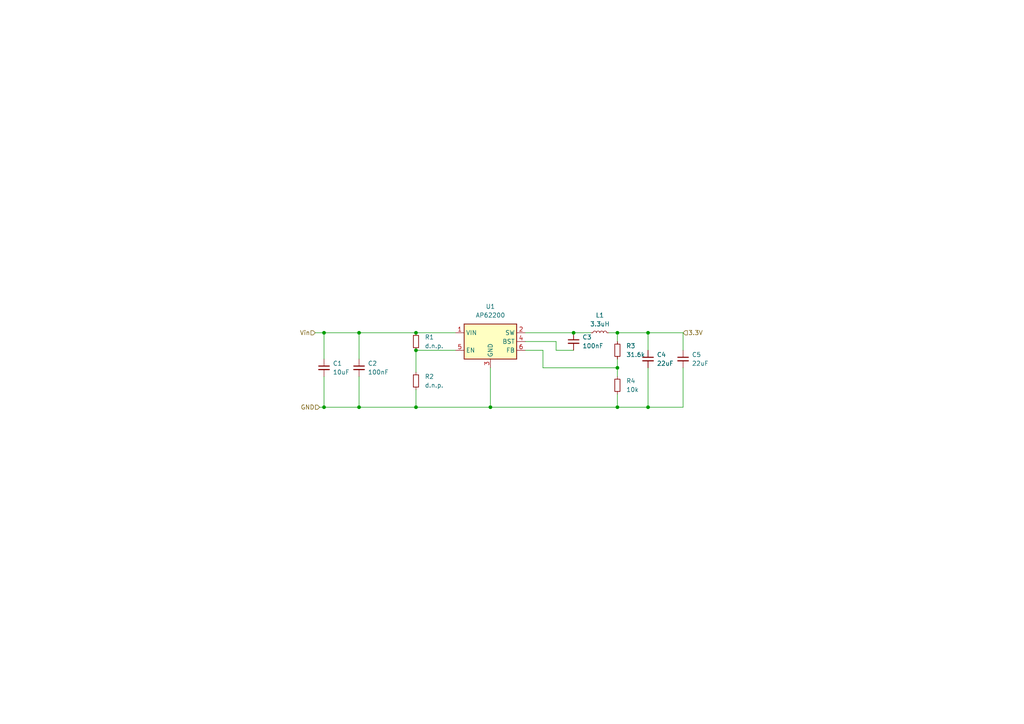
<source format=kicad_sch>
(kicad_sch (version 20211123) (generator eeschema)

  (uuid fb1040d9-e05c-4686-8d37-3e4eb8e9bdde)

  (paper "A4")

  (lib_symbols
    (symbol "Device:C_Small" (pin_numbers hide) (pin_names (offset 0.254) hide) (in_bom yes) (on_board yes)
      (property "Reference" "C" (id 0) (at 0.254 1.778 0)
        (effects (font (size 1.27 1.27)) (justify left))
      )
      (property "Value" "C_Small" (id 1) (at 0.254 -2.032 0)
        (effects (font (size 1.27 1.27)) (justify left))
      )
      (property "Footprint" "" (id 2) (at 0 0 0)
        (effects (font (size 1.27 1.27)) hide)
      )
      (property "Datasheet" "~" (id 3) (at 0 0 0)
        (effects (font (size 1.27 1.27)) hide)
      )
      (property "ki_keywords" "capacitor cap" (id 4) (at 0 0 0)
        (effects (font (size 1.27 1.27)) hide)
      )
      (property "ki_description" "Unpolarized capacitor, small symbol" (id 5) (at 0 0 0)
        (effects (font (size 1.27 1.27)) hide)
      )
      (property "ki_fp_filters" "C_*" (id 6) (at 0 0 0)
        (effects (font (size 1.27 1.27)) hide)
      )
      (symbol "C_Small_0_1"
        (polyline
          (pts
            (xy -1.524 -0.508)
            (xy 1.524 -0.508)
          )
          (stroke (width 0.3302) (type default) (color 0 0 0 0))
          (fill (type none))
        )
        (polyline
          (pts
            (xy -1.524 0.508)
            (xy 1.524 0.508)
          )
          (stroke (width 0.3048) (type default) (color 0 0 0 0))
          (fill (type none))
        )
      )
      (symbol "C_Small_1_1"
        (pin passive line (at 0 2.54 270) (length 2.032)
          (name "~" (effects (font (size 1.27 1.27))))
          (number "1" (effects (font (size 1.27 1.27))))
        )
        (pin passive line (at 0 -2.54 90) (length 2.032)
          (name "~" (effects (font (size 1.27 1.27))))
          (number "2" (effects (font (size 1.27 1.27))))
        )
      )
    )
    (symbol "Device:L_Small" (pin_numbers hide) (pin_names (offset 0.254) hide) (in_bom yes) (on_board yes)
      (property "Reference" "L" (id 0) (at 0.762 1.016 0)
        (effects (font (size 1.27 1.27)) (justify left))
      )
      (property "Value" "L_Small" (id 1) (at 0.762 -1.016 0)
        (effects (font (size 1.27 1.27)) (justify left))
      )
      (property "Footprint" "" (id 2) (at 0 0 0)
        (effects (font (size 1.27 1.27)) hide)
      )
      (property "Datasheet" "~" (id 3) (at 0 0 0)
        (effects (font (size 1.27 1.27)) hide)
      )
      (property "ki_keywords" "inductor choke coil reactor magnetic" (id 4) (at 0 0 0)
        (effects (font (size 1.27 1.27)) hide)
      )
      (property "ki_description" "Inductor, small symbol" (id 5) (at 0 0 0)
        (effects (font (size 1.27 1.27)) hide)
      )
      (property "ki_fp_filters" "Choke_* *Coil* Inductor_* L_*" (id 6) (at 0 0 0)
        (effects (font (size 1.27 1.27)) hide)
      )
      (symbol "L_Small_0_1"
        (arc (start 0 -2.032) (mid 0.508 -1.524) (end 0 -1.016)
          (stroke (width 0) (type default) (color 0 0 0 0))
          (fill (type none))
        )
        (arc (start 0 -1.016) (mid 0.508 -0.508) (end 0 0)
          (stroke (width 0) (type default) (color 0 0 0 0))
          (fill (type none))
        )
        (arc (start 0 0) (mid 0.508 0.508) (end 0 1.016)
          (stroke (width 0) (type default) (color 0 0 0 0))
          (fill (type none))
        )
        (arc (start 0 1.016) (mid 0.508 1.524) (end 0 2.032)
          (stroke (width 0) (type default) (color 0 0 0 0))
          (fill (type none))
        )
      )
      (symbol "L_Small_1_1"
        (pin passive line (at 0 2.54 270) (length 0.508)
          (name "~" (effects (font (size 1.27 1.27))))
          (number "1" (effects (font (size 1.27 1.27))))
        )
        (pin passive line (at 0 -2.54 90) (length 0.508)
          (name "~" (effects (font (size 1.27 1.27))))
          (number "2" (effects (font (size 1.27 1.27))))
        )
      )
    )
    (symbol "Device:R_Small" (pin_numbers hide) (pin_names (offset 0.254) hide) (in_bom yes) (on_board yes)
      (property "Reference" "R" (id 0) (at 0.762 0.508 0)
        (effects (font (size 1.27 1.27)) (justify left))
      )
      (property "Value" "R_Small" (id 1) (at 0.762 -1.016 0)
        (effects (font (size 1.27 1.27)) (justify left))
      )
      (property "Footprint" "" (id 2) (at 0 0 0)
        (effects (font (size 1.27 1.27)) hide)
      )
      (property "Datasheet" "~" (id 3) (at 0 0 0)
        (effects (font (size 1.27 1.27)) hide)
      )
      (property "ki_keywords" "R resistor" (id 4) (at 0 0 0)
        (effects (font (size 1.27 1.27)) hide)
      )
      (property "ki_description" "Resistor, small symbol" (id 5) (at 0 0 0)
        (effects (font (size 1.27 1.27)) hide)
      )
      (property "ki_fp_filters" "R_*" (id 6) (at 0 0 0)
        (effects (font (size 1.27 1.27)) hide)
      )
      (symbol "R_Small_0_1"
        (rectangle (start -0.762 1.778) (end 0.762 -1.778)
          (stroke (width 0.2032) (type default) (color 0 0 0 0))
          (fill (type none))
        )
      )
      (symbol "R_Small_1_1"
        (pin passive line (at 0 2.54 270) (length 0.762)
          (name "~" (effects (font (size 1.27 1.27))))
          (number "1" (effects (font (size 1.27 1.27))))
        )
        (pin passive line (at 0 -2.54 90) (length 0.762)
          (name "~" (effects (font (size 1.27 1.27))))
          (number "2" (effects (font (size 1.27 1.27))))
        )
      )
    )
    (symbol "Regulator_Switching:AP62250Z6" (in_bom yes) (on_board yes)
      (property "Reference" "U" (id 0) (at -7.62 6.35 0)
        (effects (font (size 1.27 1.27)) (justify left))
      )
      (property "Value" "AP62250Z6" (id 1) (at 6.35 -6.35 0)
        (effects (font (size 1.27 1.27)))
      )
      (property "Footprint" "Package_TO_SOT_SMD:SOT-563" (id 2) (at 0 0 0)
        (effects (font (size 1.27 1.27)) hide)
      )
      (property "Datasheet" "https://www.diodes.com/assets/Datasheets/AP62250.pdf" (id 3) (at 0 0 0)
        (effects (font (size 1.27 1.27)) hide)
      )
      (property "ki_keywords" "2.5A 1.3MHz PWM Buck DC/DC" (id 4) (at 0 0 0)
        (effects (font (size 1.27 1.27)) hide)
      )
      (property "ki_description" "2.5A, 1.3MHz Buck DC/DC Converter, adjustable output voltage, SOT-563" (id 5) (at 0 0 0)
        (effects (font (size 1.27 1.27)) hide)
      )
      (property "ki_fp_filters" "SOT?563*" (id 6) (at 0 0 0)
        (effects (font (size 1.27 1.27)) hide)
      )
      (symbol "AP62250Z6_0_1"
        (rectangle (start -7.62 5.08) (end 7.62 -5.08)
          (stroke (width 0.254) (type default) (color 0 0 0 0))
          (fill (type background))
        )
      )
      (symbol "AP62250Z6_1_1"
        (pin power_in line (at -10.16 2.54 0) (length 2.54)
          (name "VIN" (effects (font (size 1.27 1.27))))
          (number "1" (effects (font (size 1.27 1.27))))
        )
        (pin output line (at 10.16 2.54 180) (length 2.54)
          (name "SW" (effects (font (size 1.27 1.27))))
          (number "2" (effects (font (size 1.27 1.27))))
        )
        (pin power_in line (at 0 -7.62 90) (length 2.54)
          (name "GND" (effects (font (size 1.27 1.27))))
          (number "3" (effects (font (size 1.27 1.27))))
        )
        (pin passive line (at 10.16 0 180) (length 2.54)
          (name "BST" (effects (font (size 1.27 1.27))))
          (number "4" (effects (font (size 1.27 1.27))))
        )
        (pin input line (at -10.16 -2.54 0) (length 2.54)
          (name "EN" (effects (font (size 1.27 1.27))))
          (number "5" (effects (font (size 1.27 1.27))))
        )
        (pin input line (at 10.16 -2.54 180) (length 2.54)
          (name "FB" (effects (font (size 1.27 1.27))))
          (number "6" (effects (font (size 1.27 1.27))))
        )
      )
    )
  )

  (junction (at 142.24 118.11) (diameter 0) (color 0 0 0 0)
    (uuid 05b10e4f-915b-45d5-bfbb-74af8dce51c7)
  )
  (junction (at 179.07 118.11) (diameter 0) (color 0 0 0 0)
    (uuid 068493f1-da6b-440e-8c17-39535db41495)
  )
  (junction (at 104.14 96.52) (diameter 0) (color 0 0 0 0)
    (uuid 0cfa9068-1b77-4a28-a7c6-eb9a0213ffd7)
  )
  (junction (at 120.65 101.6) (diameter 0) (color 0 0 0 0)
    (uuid 32c42870-615b-48fb-8a0b-0aaca905d988)
  )
  (junction (at 120.65 96.52) (diameter 0) (color 0 0 0 0)
    (uuid 3fe1fef7-f667-4d11-90e5-93ce9cf9fab3)
  )
  (junction (at 179.07 96.52) (diameter 0) (color 0 0 0 0)
    (uuid 68a9cf81-7ba7-4bb2-9c7e-1f153d8d49cd)
  )
  (junction (at 93.98 96.52) (diameter 0) (color 0 0 0 0)
    (uuid 904d2f78-634d-48cf-ab7e-8f211a560b92)
  )
  (junction (at 187.96 96.52) (diameter 0) (color 0 0 0 0)
    (uuid 9a1a36ae-83d2-42f4-8400-f832c995665b)
  )
  (junction (at 120.65 118.11) (diameter 0) (color 0 0 0 0)
    (uuid a84ea8d9-67d6-4a84-a7e1-0eaa253cf244)
  )
  (junction (at 179.07 106.68) (diameter 0) (color 0 0 0 0)
    (uuid aae7067d-9b5e-4a24-a5f6-2b78929cd219)
  )
  (junction (at 166.37 96.52) (diameter 0) (color 0 0 0 0)
    (uuid c0e1067e-438b-4f20-91d0-408044db35ba)
  )
  (junction (at 104.14 118.11) (diameter 0) (color 0 0 0 0)
    (uuid d9447808-f3fc-4e02-af55-5264a586877f)
  )
  (junction (at 93.98 118.11) (diameter 0) (color 0 0 0 0)
    (uuid e7a218ef-f9a3-48a1-b676-6a62980c44de)
  )
  (junction (at 187.96 118.11) (diameter 0) (color 0 0 0 0)
    (uuid f32d61b6-4408-41c0-958d-d9e2932376aa)
  )

  (wire (pts (xy 120.65 101.6) (xy 132.08 101.6))
    (stroke (width 0) (type default) (color 0 0 0 0))
    (uuid 051471c0-2a7e-4153-ae14-b8c0416b68d7)
  )
  (wire (pts (xy 179.07 96.52) (xy 179.07 99.06))
    (stroke (width 0) (type default) (color 0 0 0 0))
    (uuid 093f78a1-96f9-4d2a-a24d-80e4c0203137)
  )
  (wire (pts (xy 104.14 96.52) (xy 104.14 104.14))
    (stroke (width 0) (type default) (color 0 0 0 0))
    (uuid 0bbda9f4-520e-4992-84ef-9d13f306f600)
  )
  (wire (pts (xy 142.24 118.11) (xy 142.24 106.68))
    (stroke (width 0) (type default) (color 0 0 0 0))
    (uuid 0cf0c4b0-36cf-4067-8907-36d99d44645c)
  )
  (wire (pts (xy 198.12 96.52) (xy 198.12 101.6))
    (stroke (width 0) (type default) (color 0 0 0 0))
    (uuid 0e8b75bd-5724-4e32-aae7-693beabfe10e)
  )
  (wire (pts (xy 187.96 118.11) (xy 187.96 106.68))
    (stroke (width 0) (type default) (color 0 0 0 0))
    (uuid 0e8cb752-fa0a-45c2-a0bf-3778c73abe61)
  )
  (wire (pts (xy 104.14 96.52) (xy 120.65 96.52))
    (stroke (width 0) (type default) (color 0 0 0 0))
    (uuid 104dced3-96f4-4bd6-b881-570d76020be4)
  )
  (wire (pts (xy 93.98 96.52) (xy 93.98 104.14))
    (stroke (width 0) (type default) (color 0 0 0 0))
    (uuid 188b6c84-5093-4b78-934a-8c9eab014fee)
  )
  (wire (pts (xy 179.07 118.11) (xy 187.96 118.11))
    (stroke (width 0) (type default) (color 0 0 0 0))
    (uuid 18cb9d09-aefe-4b9c-844a-9eb094b0c3ff)
  )
  (wire (pts (xy 152.4 99.06) (xy 161.29 99.06))
    (stroke (width 0) (type default) (color 0 0 0 0))
    (uuid 2dd33a48-bd2f-4ae9-9597-30f514328e25)
  )
  (wire (pts (xy 120.65 113.03) (xy 120.65 118.11))
    (stroke (width 0) (type default) (color 0 0 0 0))
    (uuid 3a4ce574-a72a-4074-b5c1-faf291dd70b4)
  )
  (wire (pts (xy 179.07 96.52) (xy 187.96 96.52))
    (stroke (width 0) (type default) (color 0 0 0 0))
    (uuid 5005d1d3-2c20-4188-935b-0d917e05757b)
  )
  (wire (pts (xy 152.4 96.52) (xy 166.37 96.52))
    (stroke (width 0) (type default) (color 0 0 0 0))
    (uuid 54af2057-9ffa-487b-84da-b1e4c825832c)
  )
  (wire (pts (xy 92.71 118.11) (xy 93.98 118.11))
    (stroke (width 0) (type default) (color 0 0 0 0))
    (uuid 54f2aadc-6c67-45f7-a995-192b30cba7d0)
  )
  (wire (pts (xy 93.98 96.52) (xy 104.14 96.52))
    (stroke (width 0) (type default) (color 0 0 0 0))
    (uuid 58c59ae5-8656-4bbe-bb47-39aa21359d66)
  )
  (wire (pts (xy 161.29 99.06) (xy 161.29 101.6))
    (stroke (width 0) (type default) (color 0 0 0 0))
    (uuid 5b8fece9-be36-46a7-9d0e-2ff3cd7cbc98)
  )
  (wire (pts (xy 93.98 109.22) (xy 93.98 118.11))
    (stroke (width 0) (type default) (color 0 0 0 0))
    (uuid 6ac7c3a5-0d73-4348-ae18-cb77880cbcd3)
  )
  (wire (pts (xy 104.14 118.11) (xy 120.65 118.11))
    (stroke (width 0) (type default) (color 0 0 0 0))
    (uuid 6b4ba508-ac96-4a56-a20b-d7b08d634fe5)
  )
  (wire (pts (xy 166.37 96.52) (xy 171.45 96.52))
    (stroke (width 0) (type default) (color 0 0 0 0))
    (uuid 6ed2117d-7e91-4ff4-9afe-6fae0f1e0840)
  )
  (wire (pts (xy 179.07 106.68) (xy 179.07 109.22))
    (stroke (width 0) (type default) (color 0 0 0 0))
    (uuid 7198a3da-47cd-4a96-8da6-fc2f4f97d3ec)
  )
  (wire (pts (xy 161.29 101.6) (xy 166.37 101.6))
    (stroke (width 0) (type default) (color 0 0 0 0))
    (uuid 73b95d02-93ae-4074-b7dd-1c56e45ac11d)
  )
  (wire (pts (xy 176.53 96.52) (xy 179.07 96.52))
    (stroke (width 0) (type default) (color 0 0 0 0))
    (uuid 8aea171e-a7ae-41d1-924c-6d491ea8c735)
  )
  (wire (pts (xy 157.48 101.6) (xy 157.48 106.68))
    (stroke (width 0) (type default) (color 0 0 0 0))
    (uuid 946a72ec-1849-4528-9c42-1264211a4585)
  )
  (wire (pts (xy 187.96 96.52) (xy 198.12 96.52))
    (stroke (width 0) (type default) (color 0 0 0 0))
    (uuid 95cff9d8-83e3-4d9e-a0b9-b65a587990a3)
  )
  (wire (pts (xy 120.65 118.11) (xy 142.24 118.11))
    (stroke (width 0) (type default) (color 0 0 0 0))
    (uuid a41d3718-5b2c-42ce-962e-ee4d648adcc9)
  )
  (wire (pts (xy 179.07 104.14) (xy 179.07 106.68))
    (stroke (width 0) (type default) (color 0 0 0 0))
    (uuid a5d68acb-493d-4a7d-8f7f-517ebcebec51)
  )
  (wire (pts (xy 120.65 96.52) (xy 132.08 96.52))
    (stroke (width 0) (type default) (color 0 0 0 0))
    (uuid a8235ac4-b0cf-46b7-9a6f-6bbd038c49c1)
  )
  (wire (pts (xy 179.07 114.3) (xy 179.07 118.11))
    (stroke (width 0) (type default) (color 0 0 0 0))
    (uuid b7e4724a-e319-4e50-95b1-9d29e0aa183e)
  )
  (wire (pts (xy 152.4 101.6) (xy 157.48 101.6))
    (stroke (width 0) (type default) (color 0 0 0 0))
    (uuid bd3260fb-6f13-4ed2-bf2a-b327da80acae)
  )
  (wire (pts (xy 142.24 118.11) (xy 179.07 118.11))
    (stroke (width 0) (type default) (color 0 0 0 0))
    (uuid c4ec73ad-9bc8-462b-a8cc-431f6a96a3ce)
  )
  (wire (pts (xy 104.14 109.22) (xy 104.14 118.11))
    (stroke (width 0) (type default) (color 0 0 0 0))
    (uuid c79dff6a-634d-4b6b-8113-ec92b0803332)
  )
  (wire (pts (xy 198.12 118.11) (xy 198.12 106.68))
    (stroke (width 0) (type default) (color 0 0 0 0))
    (uuid cc4a99fc-501c-4b6b-952b-de1d306a5cac)
  )
  (wire (pts (xy 157.48 106.68) (xy 179.07 106.68))
    (stroke (width 0) (type default) (color 0 0 0 0))
    (uuid da6a4d63-bbac-44b1-8aff-8e85323a0072)
  )
  (wire (pts (xy 93.98 118.11) (xy 104.14 118.11))
    (stroke (width 0) (type default) (color 0 0 0 0))
    (uuid dcf41d97-c532-4149-a85c-e62f9b160b8f)
  )
  (wire (pts (xy 187.96 118.11) (xy 198.12 118.11))
    (stroke (width 0) (type default) (color 0 0 0 0))
    (uuid ea9c80b4-bd77-49a0-87be-b65afb484a7e)
  )
  (wire (pts (xy 91.44 96.52) (xy 93.98 96.52))
    (stroke (width 0) (type default) (color 0 0 0 0))
    (uuid ed8f0653-64b3-4729-ac54-faa0cb350b23)
  )
  (wire (pts (xy 187.96 96.52) (xy 187.96 101.6))
    (stroke (width 0) (type default) (color 0 0 0 0))
    (uuid f989bf8c-3fff-404a-8e1d-b639ee74f519)
  )
  (wire (pts (xy 120.65 101.6) (xy 120.65 107.95))
    (stroke (width 0) (type default) (color 0 0 0 0))
    (uuid ff19663e-6654-48a3-9e52-2b7991658e2f)
  )

  (hierarchical_label "GND" (shape input) (at 92.71 118.11 180)
    (effects (font (size 1.27 1.27)) (justify right))
    (uuid 208852a4-c92a-4457-a020-d509b402d330)
  )
  (hierarchical_label "Vin" (shape input) (at 91.44 96.52 180)
    (effects (font (size 1.27 1.27)) (justify right))
    (uuid 553e83e2-46ab-4c23-99b1-63f20f063cd2)
  )
  (hierarchical_label "3.3V" (shape input) (at 198.12 96.52 0)
    (effects (font (size 1.27 1.27)) (justify left))
    (uuid 925ba982-9042-4bfb-9c5e-461547a40cae)
  )

  (symbol (lib_id "Device:C_Small") (at 104.14 106.68 0) (unit 1)
    (in_bom yes) (on_board yes) (fields_autoplaced)
    (uuid 080b8ace-2adc-4e10-b167-50940bc12c92)
    (property "Reference" "C2" (id 0) (at 106.68 105.4162 0)
      (effects (font (size 1.27 1.27)) (justify left))
    )
    (property "Value" "100nF" (id 1) (at 106.68 107.9562 0)
      (effects (font (size 1.27 1.27)) (justify left))
    )
    (property "Footprint" "Capacitor_SMD:C_0603_1608Metric" (id 2) (at 104.14 106.68 0)
      (effects (font (size 1.27 1.27)) hide)
    )
    (property "Datasheet" "~" (id 3) (at 104.14 106.68 0)
      (effects (font (size 1.27 1.27)) hide)
    )
    (pin "1" (uuid 7daaec9c-206a-42e6-aa15-31702f0f41f4))
    (pin "2" (uuid f6c936a1-e8d9-498a-b623-ae0aec1f04a0))
  )

  (symbol (lib_id "Device:C_Small") (at 93.98 106.68 0) (unit 1)
    (in_bom yes) (on_board yes) (fields_autoplaced)
    (uuid 3ff670cd-ffb3-439b-9af1-d73390668826)
    (property "Reference" "C1" (id 0) (at 96.52 105.4162 0)
      (effects (font (size 1.27 1.27)) (justify left))
    )
    (property "Value" "10uF" (id 1) (at 96.52 107.9562 0)
      (effects (font (size 1.27 1.27)) (justify left))
    )
    (property "Footprint" "Capacitor_SMD:C_0805_2012Metric" (id 2) (at 93.98 106.68 0)
      (effects (font (size 1.27 1.27)) hide)
    )
    (property "Datasheet" "~" (id 3) (at 93.98 106.68 0)
      (effects (font (size 1.27 1.27)) hide)
    )
    (property "Voltage" "16V" (id 4) (at 93.98 106.68 0)
      (effects (font (size 1.27 1.27)) hide)
    )
    (pin "1" (uuid 94de8913-7e32-4205-b1e3-f5b843fdcb6f))
    (pin "2" (uuid 2115d315-ed7c-4597-aa4a-08a87ee53f2f))
  )

  (symbol (lib_id "Device:R_Small") (at 120.65 99.06 0) (unit 1)
    (in_bom yes) (on_board yes) (fields_autoplaced)
    (uuid 476a5842-b603-4dc5-b824-13cb746c88f4)
    (property "Reference" "R1" (id 0) (at 123.19 97.7899 0)
      (effects (font (size 1.27 1.27)) (justify left))
    )
    (property "Value" "d.n.p." (id 1) (at 123.19 100.3299 0)
      (effects (font (size 1.27 1.27)) (justify left))
    )
    (property "Footprint" "Resistor_SMD:R_0603_1608Metric" (id 2) (at 120.65 99.06 0)
      (effects (font (size 1.27 1.27)) hide)
    )
    (property "Datasheet" "~" (id 3) (at 120.65 99.06 0)
      (effects (font (size 1.27 1.27)) hide)
    )
    (pin "1" (uuid 2598fe79-811a-4379-9f30-7cfc6f119770))
    (pin "2" (uuid 1d7caddf-09e0-4491-b8d7-93c1daf281d7))
  )

  (symbol (lib_id "Device:C_Small") (at 166.37 99.06 0) (unit 1)
    (in_bom yes) (on_board yes) (fields_autoplaced)
    (uuid 68c7dd1a-728b-45d6-957c-248465da0cdf)
    (property "Reference" "C3" (id 0) (at 168.91 97.7962 0)
      (effects (font (size 1.27 1.27)) (justify left))
    )
    (property "Value" "100nF" (id 1) (at 168.91 100.3362 0)
      (effects (font (size 1.27 1.27)) (justify left))
    )
    (property "Footprint" "Capacitor_SMD:C_0603_1608Metric" (id 2) (at 166.37 99.06 0)
      (effects (font (size 1.27 1.27)) hide)
    )
    (property "Datasheet" "~" (id 3) (at 166.37 99.06 0)
      (effects (font (size 1.27 1.27)) hide)
    )
    (pin "1" (uuid 76dd8502-ef22-4ccd-b6b2-35d3f171bae0))
    (pin "2" (uuid 5a98db2f-362c-4e20-986a-5314a9883a0e))
  )

  (symbol (lib_id "Device:C_Small") (at 187.96 104.14 0) (unit 1)
    (in_bom yes) (on_board yes) (fields_autoplaced)
    (uuid 6f2c5bc3-6d6e-4c79-babd-ea66fc57e41d)
    (property "Reference" "C4" (id 0) (at 190.5 102.8762 0)
      (effects (font (size 1.27 1.27)) (justify left))
    )
    (property "Value" "22uF" (id 1) (at 190.5 105.4162 0)
      (effects (font (size 1.27 1.27)) (justify left))
    )
    (property "Footprint" "Capacitor_SMD:C_0805_2012Metric" (id 2) (at 187.96 104.14 0)
      (effects (font (size 1.27 1.27)) hide)
    )
    (property "Datasheet" "~" (id 3) (at 187.96 104.14 0)
      (effects (font (size 1.27 1.27)) hide)
    )
    (property "Voltage" "6.3V" (id 4) (at 187.96 104.14 0)
      (effects (font (size 1.27 1.27)) hide)
    )
    (pin "1" (uuid 88639100-df68-4c98-88b2-d7d54b2af4eb))
    (pin "2" (uuid ed18b44b-64f6-4033-992a-766b9a6a4430))
  )

  (symbol (lib_id "Device:C_Small") (at 198.12 104.14 0) (unit 1)
    (in_bom yes) (on_board yes) (fields_autoplaced)
    (uuid 8d71e9df-6fe2-4baa-be52-f3d19265c095)
    (property "Reference" "C5" (id 0) (at 200.66 102.8762 0)
      (effects (font (size 1.27 1.27)) (justify left))
    )
    (property "Value" "22uF" (id 1) (at 200.66 105.4162 0)
      (effects (font (size 1.27 1.27)) (justify left))
    )
    (property "Footprint" "Capacitor_SMD:C_0805_2012Metric" (id 2) (at 198.12 104.14 0)
      (effects (font (size 1.27 1.27)) hide)
    )
    (property "Datasheet" "~" (id 3) (at 198.12 104.14 0)
      (effects (font (size 1.27 1.27)) hide)
    )
    (property "Voltage" "6.3V" (id 4) (at 198.12 104.14 0)
      (effects (font (size 1.27 1.27)) hide)
    )
    (pin "1" (uuid 885b466e-01d4-4b9c-8b7d-3a2355e2620f))
    (pin "2" (uuid d573daa0-d5f2-4bd7-8073-33e60c84441b))
  )

  (symbol (lib_id "Regulator_Switching:AP62250Z6") (at 142.24 99.06 0) (unit 1)
    (in_bom yes) (on_board yes) (fields_autoplaced)
    (uuid 8d9ea4cf-1047-42af-bf72-13258f22d6ad)
    (property "Reference" "U1" (id 0) (at 142.24 88.9 0))
    (property "Value" "AP62200" (id 1) (at 142.24 91.44 0))
    (property "Footprint" "Package_TO_SOT_SMD:SOT-563" (id 2) (at 142.24 99.06 0)
      (effects (font (size 1.27 1.27)) hide)
    )
    (property "Datasheet" "https://www.diodes.com/assets/Datasheets/AP62200_AP62201_AP62200T.pdf" (id 3) (at 142.24 99.06 0)
      (effects (font (size 1.27 1.27)) hide)
    )
    (property "MPN" "AP62200Z6-7" (id 4) (at 142.24 99.06 0)
      (effects (font (size 1.27 1.27)) hide)
    )
    (pin "1" (uuid 885a1129-9446-432d-8d93-f91d54873594))
    (pin "2" (uuid ba660766-df56-40bf-b584-d5d4ed6cb6fc))
    (pin "3" (uuid 2c3d5c2f-c119-4276-9b7e-33808f1d9396))
    (pin "4" (uuid 46255620-16a2-4e81-9e4a-58dddcf89388))
    (pin "5" (uuid 41e442c4-3daa-4776-bd79-7990c939b354))
    (pin "6" (uuid 9cd1ba63-2087-4000-a5a9-797dad78d993))
  )

  (symbol (lib_id "Device:L_Small") (at 173.99 96.52 90) (unit 1)
    (in_bom yes) (on_board yes) (fields_autoplaced)
    (uuid d8a8e656-94cb-4a0a-b6af-8fccae1d35bd)
    (property "Reference" "L1" (id 0) (at 173.99 91.44 90))
    (property "Value" "3.3uH" (id 1) (at 173.99 93.98 90))
    (property "Footprint" "Inductor_SMD:L_Bourns-SRN4018" (id 2) (at 173.99 96.52 0)
      (effects (font (size 1.27 1.27)) hide)
    )
    (property "Datasheet" "~" (id 3) (at 173.99 96.52 0)
      (effects (font (size 1.27 1.27)) hide)
    )
    (property "MPN" "NRS5024T330MMGJ" (id 4) (at 173.99 96.52 90)
      (effects (font (size 1.27 1.27)) hide)
    )
    (pin "1" (uuid 74d3a132-2947-4901-bc7f-d869835b09c4))
    (pin "2" (uuid 0e844798-58b5-40d6-82fe-e86239f9ed61))
  )

  (symbol (lib_id "Device:R_Small") (at 120.65 110.49 0) (unit 1)
    (in_bom yes) (on_board yes) (fields_autoplaced)
    (uuid db3669eb-e710-44a5-a40d-a81e0511f173)
    (property "Reference" "R2" (id 0) (at 123.19 109.2199 0)
      (effects (font (size 1.27 1.27)) (justify left))
    )
    (property "Value" "d.n.p." (id 1) (at 123.19 111.7599 0)
      (effects (font (size 1.27 1.27)) (justify left))
    )
    (property "Footprint" "Resistor_SMD:R_0603_1608Metric" (id 2) (at 120.65 110.49 0)
      (effects (font (size 1.27 1.27)) hide)
    )
    (property "Datasheet" "~" (id 3) (at 120.65 110.49 0)
      (effects (font (size 1.27 1.27)) hide)
    )
    (pin "1" (uuid 0a31ee29-da4f-47d9-8748-3bdcd4c0425b))
    (pin "2" (uuid fd11e21e-094a-41d2-84a9-bb2db81678fa))
  )

  (symbol (lib_id "Device:R_Small") (at 179.07 101.6 0) (unit 1)
    (in_bom yes) (on_board yes) (fields_autoplaced)
    (uuid eab6a6c1-60ab-4c87-a263-cf12fbf86905)
    (property "Reference" "R3" (id 0) (at 181.61 100.3299 0)
      (effects (font (size 1.27 1.27)) (justify left))
    )
    (property "Value" "31.6k" (id 1) (at 181.61 102.8699 0)
      (effects (font (size 1.27 1.27)) (justify left))
    )
    (property "Footprint" "Resistor_SMD:R_0603_1608Metric" (id 2) (at 179.07 101.6 0)
      (effects (font (size 1.27 1.27)) hide)
    )
    (property "Datasheet" "~" (id 3) (at 179.07 101.6 0)
      (effects (font (size 1.27 1.27)) hide)
    )
    (pin "1" (uuid d53bba0e-eaac-493c-b298-37ddbe51d649))
    (pin "2" (uuid 90df5846-c2e1-41ef-bb37-f52479cae2d6))
  )

  (symbol (lib_id "Device:R_Small") (at 179.07 111.76 0) (unit 1)
    (in_bom yes) (on_board yes) (fields_autoplaced)
    (uuid f841bee2-36cf-41f9-acb7-740ce8c6d24f)
    (property "Reference" "R4" (id 0) (at 181.61 110.4899 0)
      (effects (font (size 1.27 1.27)) (justify left))
    )
    (property "Value" "10k" (id 1) (at 181.61 113.0299 0)
      (effects (font (size 1.27 1.27)) (justify left))
    )
    (property "Footprint" "Resistor_SMD:R_0603_1608Metric" (id 2) (at 179.07 111.76 0)
      (effects (font (size 1.27 1.27)) hide)
    )
    (property "Datasheet" "~" (id 3) (at 179.07 111.76 0)
      (effects (font (size 1.27 1.27)) hide)
    )
    (pin "1" (uuid 8fa6c091-a790-4e1d-8c21-80ccbf89b825))
    (pin "2" (uuid 88999d67-3358-4d26-82e3-9679940ba0c5))
  )
)

</source>
